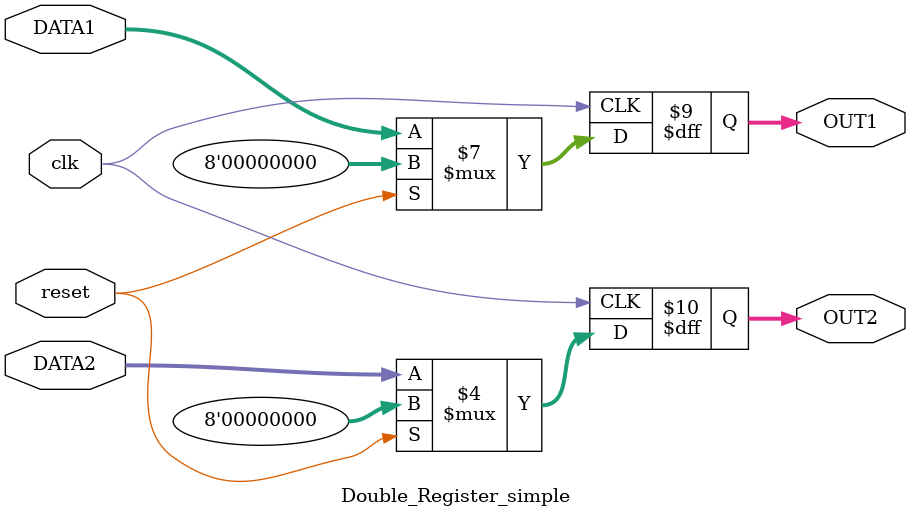
<source format=v>
module Double_Register_simple #(
     parameter WIDTH=8)
    (
	  input  clk, reset,
	  input	[WIDTH-1:0] DATA1, DATA2,
	  output reg [WIDTH-1:0] OUT1, OUT2
    );
	 
always@(posedge clk) begin
	if(reset == 1'b0) begin
		OUT1<=DATA1;
		OUT2<=DATA2;
		end
	else begin
		OUT1<={WIDTH{1'b0}};
		OUT2<={WIDTH{1'b0}};
		end
end
	 
endmodule	 
</source>
